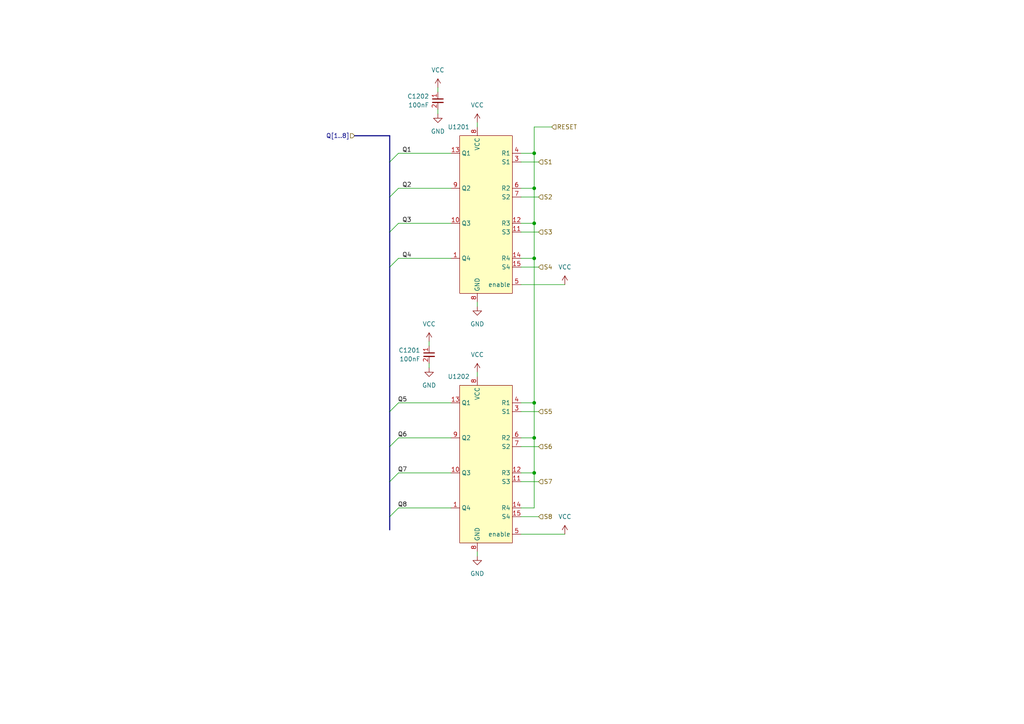
<source format=kicad_sch>
(kicad_sch (version 20231120) (generator "eeschema") (generator_version "8.0")
  (paper "A4")
  (lib_symbols
    (symbol "capacitor_miscellaneous:C_0402_100nF"
      (property "Reference" "C" (at 1.27 2.54 0))
      (property "Value" "100nF" (at 3.81 -2.54 0))
      (symbol "C_0402_100nF_0_1"
        (polyline (pts (xy -1.524 -0.508) (xy 1.524 -0.508)) (stroke (width 0.3302)))
        (polyline (pts (xy -1.524 0.508) (xy 1.524 0.508)) (stroke (width 0.3048)))
      )
      (symbol "C_0402_100nF_1_1"
        (pin passive line (at 0 2.54 270) (length 2.032) (name "~") (number "1"))
        (pin passive line (at 0 -2.54 90) (length 2.032) (name "~") (number "2"))
      )
    )
    (symbol "custom_kicad_lib_sk:CD4044BDR"
      (property "Reference" "U" (at 0 0 0))
      (symbol "CD4044BDR_1_1"
        (rectangle (start -7.62 12.7) (end 7.62 -33.02) (fill (type background)))
        (pin output line (at 10.16 -22.86 180) (length 2.54) (name "Q4") (number "1"))
        (pin output line (at 10.16 -12.7 180) (length 2.54) (name "Q3") (number "10"))
        (pin input line (at -10.16 -15.24 0) (length 2.54) (name "S3") (number "11"))
        (pin input line (at -10.16 -12.7 0) (length 2.54) (name "R3") (number "12"))
        (pin output line (at 10.16 7.62 180) (length 2.54) (name "Q1") (number "13"))
        (pin input line (at -10.16 -22.86 0) (length 2.54) (name "R4") (number "14"))
        (pin input line (at -10.16 -25.4 0) (length 2.54) (name "S4") (number "15"))
        (pin no_connect line (at 2.54 -15.24 90) (length 2.54) hide (name "NC") (number "2"))
        (pin input line (at -10.16 5.08 0) (length 2.54) (name "S1") (number "3"))
        (pin input line (at -10.16 7.62 0) (length 2.54) (name "R1") (number "4"))
        (pin input line (at -10.16 -30.48 0) (length 2.54) (name "enable") (number "5"))
        (pin input line (at -10.16 -2.54 0) (length 2.54) (name "R2") (number "6"))
        (pin input line (at -10.16 -5.08 0) (length 2.54) (name "S2") (number "7"))
        (pin power_in line (at 2.54 -35.56 90) (length 2.54) (name "GND") (number "8"))
        (pin power_in line (at 2.54 15.24 270) (length 2.54) (name "VCC") (number "8"))
        (pin output line (at 10.16 -2.54 180) (length 2.54) (name "Q2") (number "9"))
      )
    )
    (symbol "power:GND" (power) (pin_names (offset 0))
      (property "Value" "GND" (at 0 -3.81 0))
      (symbol "GND_0_1"
        (polyline (pts (xy 0 0) (xy 0 -1.27) (xy 1.27 -1.27) (xy 0 -2.54) (xy -1.27 -1.27) (xy 0 -1.27)))
      )
      (symbol "GND_1_1"
        (pin power_in line (at 0 0 270) (length 0) hide (name "GND") (number "1"))
      )
    )
    (symbol "power:VCC" (power) (pin_names (offset 0))
      (property "Value" "VCC" (at 0 3.81 0))
      (symbol "VCC_0_1"
        (polyline (pts (xy -0.762 1.27) (xy 0 2.54)))
        (polyline (pts (xy 0 0) (xy 0 2.54)))
        (polyline (pts (xy 0 2.54) (xy 0.762 1.27)))
      )
      (symbol "VCC_1_1"
        (pin power_in line (at 0 0 90) (length 0) hide (name "VCC") (number "1"))
      )
    )
  )
  (junction (at 154.94 54.61))
  (junction (at 154.94 44.45))
  (junction (at 154.94 74.93))
  (junction (at 154.94 127))
  (junction (at 154.94 116.84))
  (junction (at 154.94 64.77))
  (junction (at 154.94 137.16))
  (bus_entry (at 115.57 137.16) (size -2.54 2.54))
  (bus_entry (at 115.57 54.61) (size -2.54 2.54))
  (bus_entry (at 115.57 64.77) (size -2.54 2.54))
  (bus_entry (at 115.57 127) (size -2.54 2.54))
  (bus_entry (at 115.57 74.93) (size -2.54 2.54))
  (bus_entry (at 115.57 116.84) (size -2.54 2.54))
  (bus_entry (at 115.57 147.32) (size -2.54 2.54))
  (bus_entry (at 115.57 44.45) (size -2.54 2.54))
  (wire (pts (xy 154.94 36.83) (xy 154.94 44.45)))
  (wire (pts (xy 160.02 36.83) (xy 154.94 36.83)))
  (bus (pts (xy 113.03 77.47) (xy 113.03 119.38)))
  (wire (pts (xy 127 31.75) (xy 127 33.02)))
  (wire (pts (xy 151.13 149.86) (xy 156.21 149.86)))
  (bus (pts (xy 113.03 119.38) (xy 113.03 129.54)))
  (wire (pts (xy 138.43 107.95) (xy 138.43 109.22)))
  (bus (pts (xy 113.03 149.86) (xy 113.03 153.67)))
  (wire (pts (xy 154.94 64.77) (xy 154.94 74.93)))
  (wire (pts (xy 130.81 64.77) (xy 115.57 64.77)))
  (wire (pts (xy 130.81 137.16) (xy 115.57 137.16)))
  (wire (pts (xy 124.46 99.06) (xy 124.46 100.33)))
  (wire (pts (xy 151.13 139.7) (xy 156.21 139.7)))
  (wire (pts (xy 154.94 64.77) (xy 151.13 64.77)))
  (bus (pts (xy 113.03 67.31) (xy 113.03 77.47)))
  (bus (pts (xy 113.03 129.54) (xy 113.03 139.7)))
  (wire (pts (xy 124.46 105.41) (xy 124.46 106.68)))
  (bus (pts (xy 113.03 139.7) (xy 113.03 149.86)))
  (wire (pts (xy 154.94 147.32) (xy 151.13 147.32)))
  (wire (pts (xy 154.94 137.16) (xy 151.13 137.16)))
  (wire (pts (xy 130.81 147.32) (xy 115.57 147.32)))
  (bus (pts (xy 113.03 46.99) (xy 113.03 57.15)))
  (wire (pts (xy 154.94 127) (xy 151.13 127)))
  (wire (pts (xy 127 25.4) (xy 127 26.67)))
  (wire (pts (xy 151.13 54.61) (xy 154.94 54.61)))
  (wire (pts (xy 151.13 57.15) (xy 156.21 57.15)))
  (wire (pts (xy 151.13 44.45) (xy 154.94 44.45)))
  (wire (pts (xy 151.13 119.38) (xy 156.21 119.38)))
  (wire (pts (xy 130.81 54.61) (xy 115.57 54.61)))
  (wire (pts (xy 154.94 137.16) (xy 154.94 147.32)))
  (wire (pts (xy 130.81 74.93) (xy 115.57 74.93)))
  (wire (pts (xy 154.94 116.84) (xy 151.13 116.84)))
  (wire (pts (xy 138.43 87.63) (xy 138.43 88.9)))
  (bus (pts (xy 113.03 57.15) (xy 113.03 67.31)))
  (wire (pts (xy 154.94 74.93) (xy 151.13 74.93)))
  (wire (pts (xy 163.83 82.55) (xy 151.13 82.55)))
  (wire (pts (xy 151.13 67.31) (xy 156.21 67.31)))
  (wire (pts (xy 154.94 54.61) (xy 154.94 44.45)))
  (wire (pts (xy 154.94 127) (xy 154.94 137.16)))
  (wire (pts (xy 130.81 116.84) (xy 115.57 116.84)))
  (wire (pts (xy 151.13 77.47) (xy 156.21 77.47)))
  (wire (pts (xy 130.81 127) (xy 115.57 127)))
  (wire (pts (xy 151.13 46.99) (xy 156.21 46.99)))
  (wire (pts (xy 138.43 35.56) (xy 138.43 36.83)))
  (bus (pts (xy 113.03 39.37) (xy 113.03 46.99)))
  (wire (pts (xy 138.43 160.02) (xy 138.43 161.29)))
  (wire (pts (xy 151.13 129.54) (xy 156.21 129.54)))
  (wire (pts (xy 154.94 54.61) (xy 154.94 64.77)))
  (wire (pts (xy 163.83 154.94) (xy 151.13 154.94)))
  (wire (pts (xy 154.94 116.84) (xy 154.94 127)))
  (wire (pts (xy 130.81 44.45) (xy 115.57 44.45)))
  (wire (pts (xy 154.94 74.93) (xy 154.94 116.84)))
  (bus (pts (xy 113.03 39.37) (xy 102.87 39.37)))
  (label "Q2" (at 119.38 54.61 180))
  (label "Q7" (at 118.11 137.16 180))
  (label "Q6" (at 118.11 127 180))
  (label "Q3" (at 119.38 64.77 180))
  (label "Q4" (at 119.38 74.93 180))
  (label "Q8" (at 118.11 147.32 180))
  (label "Q5" (at 118.11 116.84 180))
  (label "Q1" (at 119.38 44.45 180))
  (hierarchical_label "S2" (shape input) (at 156.21 57.15 0))
  (hierarchical_label "S1" (shape input) (at 156.21 46.99 0))
  (hierarchical_label "S5" (shape input) (at 156.21 119.38 0))
  (hierarchical_label "S7" (shape input) (at 156.21 139.7 0))
  (hierarchical_label "Q[1..8]" (shape input) (at 102.87 39.37 180))
  (hierarchical_label "S8" (shape input) (at 156.21 149.86 0))
  (hierarchical_label "RESET" (shape input) (at 160.02 36.83 0))
  (hierarchical_label "S4" (shape input) (at 156.21 77.47 0))
  (hierarchical_label "S3" (shape input) (at 156.21 67.31 0))
  (hierarchical_label "S6" (shape input) (at 156.21 129.54 0))
  (symbol (lib_id "power:VCC") (at 163.83 82.55 0) (mirror y) (unit 1)
    (property "Reference" "#PWR0309" (effects (hide yes)))
    (property "Value" "VCC" (at 163.83 77.47 0))
    (instances (project "OS-S88n" (path "" (reference "#PWR01209") (unit 1)) (path "" (reference "#PWR0309") (unit 1))))
  )
  (symbol (lib_id "custom_kicad_lib_sk:CD4044BDR") (at 140.97 124.46 0) (mirror y) (unit 1)
    (property "Reference" "U1202" (at 136.2359 109.22 0) (effects (justify left)))
    (property "Footprint" "Package_SO:SOIC-16_3.9x9.9mm_P1.27mm" (effects (hide yes)))
    (property "Datasheet" "https://datasheet.lcsc.com/lcsc/1809051827_Texas-Instruments-CD4044BDR_C133986.pdf" (effects (hide yes)))
    (property "JLCPCB Part#" "C133986" (effects (hide yes)))
    (instances (project "OS-S88n" (path "" (reference "U1202") (unit 1)) (path "" (reference "U302") (unit 1))))
  )
  (symbol (lib_id "capacitor_miscellaneous:C_0402_100nF") (at 124.46 102.87 0) (mirror y) (unit 1)
    (property "Reference" "C1201" (at 121.92 101.6063 0) (effects (justify left)))
    (property "Value" "100nF" (at 121.92 104.1463 0) (effects (justify left)))
    (property "Footprint" "Capacitor_SMD:C_0402_1005Metric" (effects (hide yes)))
    (property "JLCPCB Part#" "C307331" (effects (hide yes)))
    (instances (project "OS-S88n" (path "" (reference "C1201") (unit 1)) (path "" (reference "C301") (unit 1))))
  )
  (symbol (lib_id "custom_kicad_lib_sk:CD4044BDR") (at 140.97 52.07 0) (mirror y) (unit 1)
    (property "Reference" "U1201" (at 136.2359 36.83 0) (effects (justify left)))
    (property "Footprint" "Package_SO:SOIC-16_3.9x9.9mm_P1.27mm" (effects (hide yes)))
    (property "Datasheet" "https://datasheet.lcsc.com/lcsc/1809051827_Texas-Instruments-CD4044BDR_C133986.pdf" (effects (hide yes)))
    (property "JLCPCB Part#" "C133986" (effects (hide yes)))
    (instances (project "OS-S88n" (path "" (reference "U1201") (unit 1)) (path "" (reference "U301") (unit 1))))
  )
  (symbol (lib_id "power:GND") (at 124.46 106.68 0) (unit 1)
    (property "Reference" "#PWR01202" (effects (hide yes)))
    (property "Value" "GND" (at 124.46 111.76 0))
    (instances (project "OS-S88n" (path "" (reference "#PWR01202") (unit 1)) (path "" (reference "#PWR0302") (unit 1))))
  )
  (symbol (lib_id "capacitor_miscellaneous:C_0402_100nF") (at 127 29.21 0) (mirror y) (unit 1)
    (property "Reference" "C1202" (at 124.46 27.9463 0) (effects (justify left)))
    (property "Value" "100nF" (at 124.46 30.4863 0) (effects (justify left)))
    (property "Footprint" "Capacitor_SMD:C_0402_1005Metric" (effects (hide yes)))
    (property "JLCPCB Part#" "C307331" (effects (hide yes)))
    (instances (project "OS-S88n" (path "" (reference "C1202") (unit 1)) (path "" (reference "C302") (unit 1))))
  )
  (symbol (lib_id "power:GND") (at 127 33.02 0) (unit 1)
    (property "Reference" "#PWR01204" (effects (hide yes)))
    (property "Value" "GND" (at 127 38.1 0))
    (instances (project "OS-S88n" (path "" (reference "#PWR01204") (unit 1)) (path "" (reference "#PWR0304") (unit 1))))
  )
  (symbol (lib_id "power:VCC") (at 138.43 107.95 0) (unit 1)
    (property "Reference" "#PWR01207" (effects (hide yes)))
    (property "Value" "VCC" (at 138.43 102.87 0))
    (instances (project "OS-S88n" (path "" (reference "#PWR01207") (unit 1)) (path "" (reference "#PWR0307") (unit 1))))
  )
  (symbol (lib_id "power:GND") (at 138.43 88.9 0) (unit 1)
    (property "Reference" "#PWR01206" (effects (hide yes)))
    (property "Value" "GND" (at 138.43 93.98 0))
    (instances (project "OS-S88n" (path "" (reference "#PWR01206") (unit 1)) (path "" (reference "#PWR0306") (unit 1))))
  )
  (symbol (lib_id "power:VCC") (at 163.83 154.94 0) (mirror y) (unit 1)
    (property "Reference" "#PWR0310" (effects (hide yes)))
    (property "Value" "VCC" (at 163.83 149.86 0))
    (instances (project "OS-S88n" (path "" (reference "#PWR01210") (unit 1)) (path "" (reference "#PWR0310") (unit 1))))
  )
  (symbol (lib_id "power:VCC") (at 138.43 35.56 0) (unit 1)
    (property "Reference" "#PWR01205" (effects (hide yes)))
    (property "Value" "VCC" (at 138.43 30.48 0))
    (instances (project "OS-S88n" (path "" (reference "#PWR01205") (unit 1)) (path "" (reference "#PWR0305") (unit 1))))
  )
  (symbol (lib_id "power:VCC") (at 127 25.4 0) (unit 1)
    (property "Reference" "#PWR01203" (effects (hide yes)))
    (property "Value" "VCC" (at 127 20.32 0))
    (instances (project "OS-S88n" (path "" (reference "#PWR01203") (unit 1)) (path "" (reference "#PWR0303") (unit 1))))
  )
  (symbol (lib_id "power:VCC") (at 124.46 99.06 0) (unit 1)
    (property "Reference" "#PWR01201" (effects (hide yes)))
    (property "Value" "VCC" (at 124.46 93.98 0))
    (instances (project "OS-S88n" (path "" (reference "#PWR01201") (unit 1)) (path "" (reference "#PWR0301") (unit 1))))
  )
  (symbol (lib_id "power:GND") (at 138.43 161.29 0) (unit 1)
    (property "Reference" "#PWR01208" (effects (hide yes)))
    (property "Value" "GND" (at 138.43 166.37 0))
    (instances (project "OS-S88n" (path "" (reference "#PWR01208") (unit 1)) (path "" (reference "#PWR0308") (unit 1))))
  )
)
</source>
